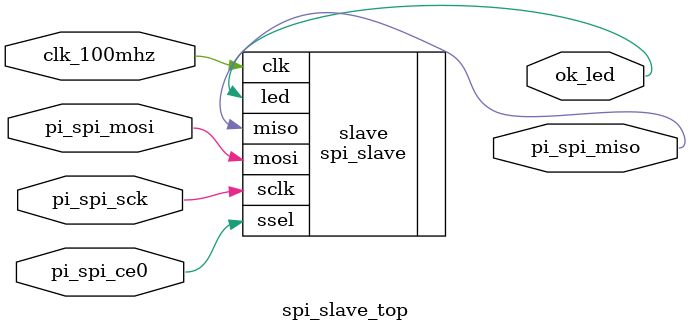
<source format=v>

module spi_slave_top (
  input  clk_100mhz,
  input  pi_spi_sck,
  input  pi_spi_mosi,
  output pi_spi_miso,
  input  pi_spi_ce0,
  output ok_led
  );

  spi_slave slave (
    .clk (clk_100mhz),
    .sclk (pi_spi_sck),
    .mosi (pi_spi_mosi),
    .miso (pi_spi_miso),
    .ssel (pi_spi_ce0),
    .led (ok_led)
  );

endmodule

</source>
